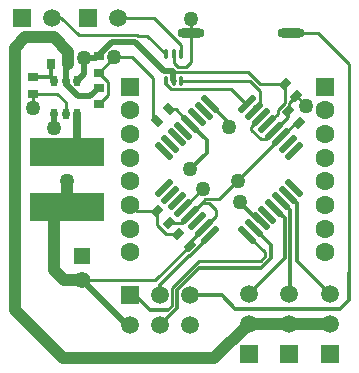
<source format=gtl>
%FSTAX23Y23*%
%MOIN*%
%SFA1B1*%

%IPPOS*%
%AMD12*
4,1,4,-0.027100,-0.011800,-0.011800,-0.027100,0.027100,0.011800,0.011800,0.027100,-0.027100,-0.011800,0.0*
1,1,0.021654,-0.019400,-0.019400*
1,1,0.021654,0.019400,0.019400*
%
%AMD13*
4,1,4,0.011800,-0.027100,0.027100,-0.011800,-0.011800,0.027100,-0.027100,0.011800,0.011800,-0.027100,0.0*
1,1,0.021654,0.019400,-0.019400*
1,1,0.021654,-0.019400,0.019400*
%
%AMD18*
4,1,4,0.022200,-0.002800,-0.002800,0.022200,-0.022200,0.002800,0.002800,-0.022200,0.022200,-0.002800,0.0*
%
%AMD19*
4,1,4,-0.002800,-0.022200,0.022200,0.002800,0.002800,0.022200,-0.022200,-0.002800,-0.002800,-0.022200,0.0*
%
%ADD10O,0.023622X0.037401*%
%ADD11O,0.090551X0.031496*%
G04~CAMADD=12~3~0.0~0.0~216.5~767.7~0.0~0.0~0~0.0~0.0~0.0~0.0~0~0.0~0.0~0.0~0.0~0~0.0~0.0~0.0~135.0~606.0~606.0*
%ADD12D12*%
G04~CAMADD=13~3~0.0~0.0~216.5~767.7~0.0~0.0~0~0.0~0.0~0.0~0.0~0~0.0~0.0~0.0~0.0~0~0.0~0.0~0.0~225.0~606.0~606.0*
%ADD13D13*%
%ADD14O,0.015748X0.033465*%
%ADD15R,0.248818X0.092913*%
%ADD16R,0.035433X0.027559*%
%ADD17R,0.027559X0.035433*%
G04~CAMADD=18~9~0.0~0.0~354.3~275.6~0.0~0.0~0~0.0~0.0~0.0~0.0~0~0.0~0.0~0.0~0.0~0~0.0~0.0~0.0~315.0~444.0~443.0*
%ADD18D18*%
G04~CAMADD=19~9~0.0~0.0~354.3~275.6~0.0~0.0~0~0.0~0.0~0.0~0.0~0~0.0~0.0~0.0~0.0~0~0.0~0.0~0.0~225.0~444.0~443.0*
%ADD19D19*%
%ADD20C,0.010000*%
%ADD21C,0.012000*%
%ADD22C,0.040000*%
%ADD23C,0.020000*%
%ADD24C,0.025000*%
%ADD25R,0.062992X0.062992*%
%ADD26C,0.062992*%
%ADD27R,0.059055X0.059055*%
%ADD28C,0.059055*%
%ADD29C,0.055118*%
%ADD30R,0.055118X0.055118*%
%ADD31R,0.059055X0.059055*%
%ADD32C,0.050000*%
G54D10*
X01307Y0458D03*
X0127D03*
X01232D03*
X01307Y04689D03*
X0127D03*
X01232D03*
G54D11*
X02022Y0485D03*
X01687D03*
G54D12*
X01876Y04612D03*
X01899Y0459D03*
X01921Y04568D03*
X01943Y04546D03*
X01966Y04523D03*
X01988Y04501D03*
X0201Y04479D03*
X02032Y04456D03*
X01753Y04177D03*
X0173Y04199D03*
X01708Y04221D03*
X01686Y04243D03*
X01663Y04266D03*
X01641Y04288D03*
X01619Y0431D03*
X01597Y04333D03*
G54D13*
X02032Y04333D03*
X0201Y0431D03*
X01988Y04288D03*
X01966Y04266D03*
X01943Y04243D03*
X01921Y04221D03*
X01899Y04199D03*
X01876Y04177D03*
X01597Y04456D03*
X01619Y04479D03*
X01641Y04501D03*
X01663Y04523D03*
X01686Y04546D03*
X01708Y04568D03*
X0173Y0459D03*
X01753Y04612D03*
G54D14*
X01604Y04779D03*
X0163D03*
X01655D03*
X01604Y0469D03*
X0163D03*
X01655D03*
G54D15*
X01275Y04268D03*
Y04451D03*
G54D16*
X0138Y04612D03*
Y04667D03*
Y04717D03*
Y04772D03*
X0116Y04647D03*
Y04702D03*
G54D17*
X01222Y04745D03*
X01277D03*
G54D18*
X01575Y04555D03*
X01614Y04594D03*
G54D19*
X01645Y04179D03*
X01684Y0414D03*
X01575Y04254D03*
X01614Y04215D03*
X02039Y0464D03*
X02Y04679D03*
X0201Y04589D03*
X02049Y0455D03*
G54D20*
X0156Y047D02*
X0149Y0477D01*
X0156Y04571D02*
Y047D01*
X01575Y04555D02*
X0156Y04571D01*
X01845Y04358D02*
X0178Y04294D01*
X01988Y04501D02*
X01845Y04358D01*
Y04355D02*
Y04358D01*
X0149Y0477D02*
X01432D01*
X01633Y04718D02*
X01628Y04723D01*
X01879Y04718D02*
X01633D01*
X01918Y04679D02*
X01879Y04718D01*
X02Y04679D02*
X01918D01*
X01736Y04294D02*
X01725Y04282D01*
X0178Y04294D02*
X01736D01*
X01569Y04025D02*
X01325D01*
X01684Y0414D02*
X01569Y04025D01*
X0177Y04238D02*
X0173Y04199D01*
X0177Y04238D02*
Y0426D01*
X01747Y04282*
X01725*
X01686Y04243*
X01935Y04119D02*
X01876Y04177D01*
X01935Y04104D02*
Y04119D01*
Y04104D02*
X0192Y0409D01*
X01715*
X01625Y0394D02*
X01609Y03925D01*
X01625Y0394D02*
Y03998D01*
X01715Y0409D02*
X01625Y03999D01*
X01625Y03998D02*
X01625Y03999D01*
X01815Y0455D02*
X01753Y04612D01*
X01815Y04535D02*
Y0455D01*
X0207Y04605D02*
Y0461D01*
X01604Y0468D02*
Y0469D01*
X01622Y04662D02*
X01604Y0468D01*
X01822Y04662D02*
X01622D01*
X01872Y04612D02*
X01822Y04662D01*
X01876Y04612D02*
X01872D01*
X01918Y04604D02*
X01899D01*
Y0459D02*
Y04604D01*
X01918D02*
Y04656D01*
X01884Y0469*
X01655*
X01604Y04779D02*
X01543Y0484D01*
X0151*
X01509Y04841*
X01314*
X01255Y049*
X01225*
X01565D02*
X01445D01*
X01655Y04809D02*
X01565Y049D01*
X01655Y04779D02*
Y04809D01*
X01687Y04752D02*
Y0485D01*
Y04752D02*
X0167Y04735D01*
X01646*
X01636Y04744*
X01635*
X0163Y0475*
Y04779*
X01432Y0477D02*
X0138Y04717D01*
X01687Y0485D02*
Y04897D01*
X0163Y04789D02*
Y04792D01*
X0141Y04687D02*
X0138Y04717D01*
X0141Y04642D02*
Y04687D01*
Y04642D02*
X0138Y04612D01*
X0127Y0462D02*
X01242Y04647D01*
X0127Y0458D02*
Y0462D01*
X01242Y04647D02*
X0116D01*
Y046D02*
Y04647D01*
X01727Y0433D02*
X01663Y04266D01*
X01507Y04254D02*
X01486Y04276D01*
X01575Y04254D02*
X01507D01*
X01575Y04209D02*
Y04254D01*
X01605Y04179D02*
X01575Y04209D01*
X01645Y04179D02*
X01605D01*
X01966Y04523D02*
X01937Y04495D01*
X0192*
X01888Y04526*
Y04535*
X01921Y04568D02*
X01888Y04535D01*
X0201Y04568D02*
X01966Y04523D01*
X0201Y04568D02*
Y04589D01*
X0207Y0461D02*
X02039Y0464D01*
X02016Y04617*
Y04595D02*
Y04617D01*
Y04595D02*
X0201Y04589D01*
X01977Y04579D02*
X01943Y04546D01*
X01977Y04579D02*
Y04591D01*
X02Y04614D02*
X01977Y04591D01*
X02Y04614D02*
Y04679D01*
X02037Y0455D02*
X01988Y04501D01*
X02049Y0455D02*
X02037D01*
X0173Y04199D02*
X01684Y04153D01*
Y0414D02*
Y04153D01*
X01686Y04243D02*
X01657Y04215D01*
X01614*
X01686Y04546D02*
X01637Y04594D01*
X01614*
X0211Y0485D02*
X02022D01*
X02215Y04745D02*
X0211Y0485D01*
X02215Y0405D02*
Y04745D01*
X01775Y042D02*
X01753Y04177D01*
G54D21*
X0174Y04492D02*
X01686Y04546D01*
X0174Y0445D02*
Y04492D01*
Y0445D02*
X01685Y04395D01*
X0192Y04065D02*
X01716D01*
X01643Y03992*
X01921Y04221D02*
X01913D01*
X0185Y04285*
X01643Y03933D02*
Y03992D01*
Y03933D02*
X01585Y03875D01*
X01609Y03925D02*
X0155D01*
X015Y03975*
X01485*
X01753Y04172D02*
Y04177D01*
Y04172D02*
X01686Y04106D01*
X01682*
X01585Y04009*
Y03975D02*
Y04009D01*
X01955Y04143D02*
X01899Y04199D01*
X01955Y041D02*
Y04143D01*
Y041D02*
X0192Y04065D01*
X02215Y0396D02*
Y0405D01*
Y0396D02*
X02185Y0393D01*
X01835*
X0179Y03975*
X01685*
X0204Y04281D02*
X0201Y0431D01*
X0204Y0409D02*
Y04281D01*
X0215Y0398D02*
X0204Y0409D01*
X02018Y04258D02*
X01988Y04288D01*
X02018Y03983D02*
Y04258D01*
Y03983D02*
X02015Y0398D01*
X02Y04232D02*
X01966Y04266D01*
X02Y041D02*
Y04232D01*
Y041D02*
X0188Y0398D01*
X01222Y04699D02*
X01219Y04702D01*
X01232Y04689D02*
X01222Y04699D01*
Y04745*
X01219Y04702D02*
X0116D01*
G54D22*
X01275Y04268D02*
Y04355D01*
X0215Y0388D02*
X02015D01*
X0188*
X01765Y03765*
X0126*
X011Y03925*
Y048*
X01135Y04835D02*
X011Y048D01*
X0123Y04835D02*
X01135D01*
X01277Y04787D02*
X0123Y04835D01*
X01277Y04745D02*
Y04787D01*
X0123Y0406D02*
Y04268D01*
X01264Y04025D02*
X0123Y0406D01*
X01325Y04025D02*
X01264D01*
G54D23*
X01475Y03875D02*
X01325Y04025D01*
X01485Y03875D02*
X01475D01*
X0138Y04772D02*
Y04775D01*
X01424Y0482D02*
X0138Y04775D01*
X015Y0482D02*
X01424D01*
X01597Y04723D02*
X015Y0482D01*
X01628Y04723D02*
X01597D01*
X01628Y04692D02*
Y04723D01*
X0163Y0469D02*
X01628Y04692D01*
X0133Y04711D02*
X01307Y04689D01*
X0133Y04711D02*
Y04765D01*
X0138Y04772D02*
X01372Y04765D01*
X0133*
X01232Y04532D02*
Y0458D01*
X0127Y0468D02*
Y04689D01*
X0131Y0464D02*
X0127Y0468D01*
X01277Y04745D02*
X0127Y04737D01*
Y04689D02*
Y04737D01*
X01352Y0464D02*
X0131D01*
X0138Y04667D02*
X01352Y0464D01*
G54D24*
X01307Y04483D02*
X01275Y04451D01*
X01307Y04483D02*
Y0458D01*
G54D25*
X01486Y0467D03*
X02135D03*
G54D26*
X01486Y04591D03*
Y04512D03*
Y04433D03*
Y04355D03*
Y04276D03*
Y04197D03*
Y04118D03*
X02135Y04591D03*
Y04512D03*
Y04433D03*
Y04355D03*
Y04276D03*
Y04197D03*
Y04118D03*
G54D27*
X01345Y049D03*
X01125D03*
X01485Y03975D03*
G54D28*
X01445Y049D03*
X01225D03*
X01485Y03875D03*
X01585Y03975D03*
Y03875D03*
X01685Y03975D03*
Y03875D03*
X0215Y0388D03*
Y0398D03*
X02015Y0388D03*
Y0398D03*
X0188Y0388D03*
Y0398D03*
G54D29*
X01325Y04025D03*
G54D30*
X01325Y04104D03*
G54D31*
X0215Y0378D03*
X02015D03*
X0188D03*
G54D32*
X01845Y04355D03*
X01685Y04395D03*
X01275Y04355D03*
X0185Y04285D03*
X01815Y04535D03*
X0207Y04605D03*
X01432Y0477D03*
X01687Y04897D03*
X0133Y04765D03*
X01232Y04532D03*
X0116Y046D03*
X01727Y0433D03*
M02*
</source>
